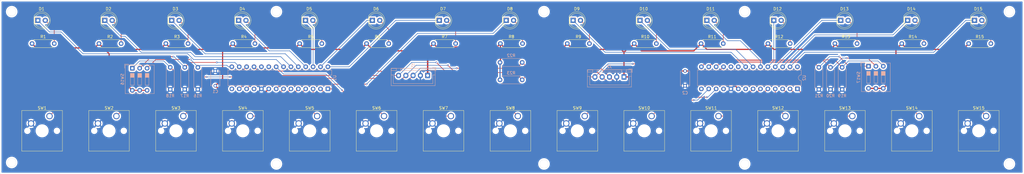
<source format=kicad_pcb>
(kicad_pcb (version 20241229) (generator "pcbnew") (generator_version "9.0")
  (layers (0 "F.Cu" signal) (2 "B.Cu" signal) (13 "F.Paste" user) (15 "B.Paste" user) (5 "F.SilkS" user "F.Silkscreen") (7 "B.SilkS" user "B.Silkscreen") (1 "F.Mask" user) (3 "B.Mask" user) (25 "Edge.Cuts" user))
  (net 0 "")
  (net 1 "Net-(D1-A)")
  (net 2 "Net-(D1-K)")
  (net 3 "Net-(D2-A)")
  (net 4 "Net-(D3-A)")
  (net 5 "Net-(D4-A)")
  (net 6 "Net-(D5-A)")
  (net 7 "Net-(D6-A)")
  (net 8 "Net-(D7-A)")
  (net 9 "Net-(D8-A)")
  (net 10 "Net-(D9-A)")
  (net 11 "Net-(D10-A)")
  (net 12 "Net-(D11-A)")
  (net 13 "Net-(D12-A)")
  (net 14 "Net-(D13-A)")
  (net 15 "Net-(D14-A)")
  (net 16 "Net-(D15-A)")
  (net 17 "Net-(D2-K)")
  (net 18 "Net-(D3-K)")
  (net 19 "Net-(D4-K)")
  (net 20 "Net-(D5-K)")
  (net 21 "Net-(D6-K)")
  (net 22 "Net-(D7-K)")
  (net 23 "Net-(D8-K)")
  (net 24 "Net-(D9-K)")
  (net 25 "Net-(D10-K)")
  (net 26 "Net-(D11-K)")
  (net 27 "Net-(D12-K)")
  (net 28 "Net-(D13-K)")
  (net 29 "Net-(D14-K)")
  (net 30 "Net-(D15-K)")
  (net 31 "GND")
  (net 32 "+5V")
  (net 33 "/SDA")
  (net 34 "/SCL")
  (net 35 "/RST")
  (net 36 "Net-(U1-A0)")
  (net 37 "Net-(U1-A1)")
  (net 38 "Net-(U1-A2)")
  (net 39 "Net-(U2-A0)")
  (net 40 "Net-(U2-A1)")
  (net 41 "Net-(U2-A2)")
  (net 42 "/Sw1In")
  (net 43 "/Sw2In")
  (net 44 "/Sw3In")
  (net 45 "/Sw4In")
  (net 46 "/Sw5In")
  (net 47 "/Sw6In")
  (net 48 "/Sw7In")
  (net 49 "/Sw8In")
  (net 50 "/Sw9")
  (net 51 "/Sw10")
  (net 52 "/Sw11")
  (net 53 "/Sw12")
  (net 54 "/Sw13")
  (net 55 "/Sw14")
  (net 56 "/Sw15")
  (footprint "Button_Switch_Keyboard:SW_Cherry_MX_1.00u_PCB" (layer "F.Cu") (at 339 40)
    (property "Reference" "SW15")
    (property "Value" "MX1A-E1NW")
  )
  (footprint "LED_THT:LED_D5.0mm" (layer "F.Cu") (at 289 7)
    (property "Reference" "D13")
    (property "Value" "LED")
  )
  (footprint "LED_THT:LED_D5.0mm" (layer "F.Cu") (at 82 7)
    (property "Reference" "D4")
    (property "Value" "LED")
  )
  (footprint "LED_THT:LED_D5.0mm" (layer "F.Cu") (at 266 7)
    (property "Reference" "D12")
    (property "Value" "LED")
  )
  (footprint "Button_Switch_Keyboard:SW_Cherry_MX_1.00u_PCB" (layer "F.Cu") (at 155 40)
    (property "Reference" "SW7")
    (property "Value" "MX1A-E1NW")
  )
  (footprint "LED_THT:LED_D5.0mm" (layer "F.Cu") (at 105 7)
    (property "Reference" "D5")
    (property "Value" "LED")
  )
  (footprint "LED_THT:LED_D5.0mm" (layer "F.Cu") (at 243 7)
    (property "Reference" "D11")
    (property "Value" "LED")
  )
  (footprint "Button_Switch_Keyboard:SW_Cherry_MX_1.00u_PCB" (layer "F.Cu") (at 293 40)
    (property "Reference" "SW13")
    (property "Value" "MX1A-E1NW")
  )
  (footprint "Button_Switch_Keyboard:SW_Cherry_MX_1.00u_PCB" (layer "F.Cu") (at 316 40)
    (property "Reference" "SW14")
    (property "Value" "MX1A-E1NW")
  )
  (footprint "Button_Switch_Keyboard:SW_Cherry_MX_1.00u_PCB" (layer "F.Cu") (at 86 40)
    (property "Reference" "SW4")
    (property "Value" "MX1A-E1NW")
  )
  (footprint "LED_THT:LED_D5.0mm" (layer "F.Cu") (at 174 7)
    (property "Reference" "D8")
    (property "Value" "LED")
  )
  (footprint "Resistor_THT:R_Axial_DIN0207_L6.3mm_D2.5mm_P7.62mm_Horizontal" (layer "F.Cu") (at 218 15)
    (property "Reference" "R10")
    (property "Value" "440")
  )
  (footprint "Resistor_THT:R_Axial_DIN0207_L6.3mm_D2.5mm_P7.62mm_Horizontal" (layer "F.Cu") (at 333 15)
    (property "Reference" "R15")
    (property "Value" "440")
  )
  (footprint "Resistor_THT:R_Axial_DIN0207_L6.3mm_D2.5mm_P7.62mm_Horizontal" (layer "F.Cu") (at 80 15)
    (property "Reference" "R4")
    (property "Value" "440")
  )
  (footprint "Button_Switch_Keyboard:SW_Cherry_MX_1.00u_PCB" (layer "F.Cu") (at 270 40)
    (property "Reference" "SW12")
    (property "Value" "MX1A-E1NW")
  )
  (footprint "Button_Switch_Keyboard:SW_Cherry_MX_1.00u_PCB" (layer "F.Cu") (at 63 40)
    (property "Reference" "SW3")
    (property "Value" "MX1A-E1NW")
  )
  (footprint "LED_THT:LED_D5.0mm" (layer "F.Cu") (at 197 7)
    (property "Reference" "D9")
    (property "Value" "LED")
  )
  (footprint "LED_THT:LED_D5.0mm" (layer "F.Cu") (at 335 7)
    (property "Reference" "D15")
    (property "Value" "LED")
  )
  (footprint "Button_Switch_Keyboard:SW_Cherry_MX_1.00u_PCB" (layer "F.Cu") (at 109 40)
    (property "Reference" "SW5")
    (property "Value" "MX1A-E1NW")
  )
  (footprint "Resistor_THT:R_Axial_DIN0207_L6.3mm_D2.5mm_P7.62mm_Horizontal" (layer "F.Cu") (at 149 15)
    (property "Reference" "R7")
    (property "Value" "440")
  )
  (footprint "Button_Switch_Keyboard:SW_Cherry_MX_1.00u_PCB" (layer "F.Cu") (at 178 40)
    (property "Reference" "SW8")
    (property "Value" "MX1A-E1NW")
  )
  (footprint "Resistor_THT:R_Axial_DIN0207_L6.3mm_D2.5mm_P7.62mm_Horizontal" (layer "F.Cu") (at 126 15)
    (property "Reference" "R6")
    (property "Value" "440")
  )
  (footprint "Resistor_THT:R_Axial_DIN0207_L6.3mm_D2.5mm_P7.62mm_Horizontal" (layer "F.Cu") (at 241 15)
    (property "Reference" "R11")
    (property "Value" "440")
  )
  (footprint "Resistor_THT:R_Axial_DIN0207_L6.3mm_D2.5mm_P7.62mm_Horizontal" (layer "F.Cu") (at 195 15)
    (property "Reference" "R9")
    (property "Value" "440")
  )
  (footprint "Button_Switch_Keyboard:SW_Cherry_MX_1.00u_PCB" (layer "F.Cu") (at 224 40)
    (property "Reference" "SW10")
    (property "Value" "MX1A-E1NW")
  )
  (footprint "LED_THT:LED_D5.0mm" (layer "F.Cu") (at 13 7)
    (property "Reference" "D1")
    (property "Value" "LED")
  )
  (footprint "LED_THT:LED_D5.0mm" (layer "F.Cu") (at 36 7)
    (property "Reference" "D2")
    (property "Value" "LED")
  )
  (footprint "Resistor_THT:R_Axial_DIN0207_L6.3mm_D2.5mm_P7.62mm_Horizontal" (layer "F.Cu") (at 57 15)
    (property "Reference" "R3")
    (property "Value" "440")
  )
  (footprint "Button_Switch_Keyboard:SW_Cherry_MX_1.00u_PCB" (layer "F.Cu") (at 247 40)
    (property "Reference" "SW11")
    (property "Value" "MX1A-E1NW")
  )
  (footprint "Resistor_THT:R_Axial_DIN0207_L6.3mm_D2.5mm_P7.62mm_Horizontal" (layer "F.Cu") (at 172 15)
    (property "Reference" "R8")
    (property "Value" "440")
  )
  (footprint "Resistor_THT:R_Axial_DIN0207_L6.3mm_D2.5mm_P7.62mm_Horizontal" (layer "F.Cu") (at 103 15)
    (property "Reference" "R5")
    (property "Value" "440")
  )
  (footprint "Button_Switch_Keyboard:SW_Cherry_MX_1.00u_PCB" (layer "F.Cu") (at 201 40)
    (property "Reference" "SW9")
    (property "Value" "MX1A-E1NW")
  )
  (footprint "Button_Switch_Keyboard:SW_Cherry_MX_1.00u_PCB" (layer "F.Cu") (at 132 40)
    (property "Reference" "SW6")
    (property "Value" "MX1A-E1NW")
  )
  (footprint "Button_Switch_Keyboard:SW_Cherry_MX_1.00u_PCB" (layer "F.Cu") (at 17 40)
    (property "Reference" "SW1")
    (property "Value" "MX1A-E1NW")
  )
  (footprint "Resistor_THT:R_Axial_DIN0207_L6.3mm_D2.5mm_P7.62mm_Horizontal" (layer "F.Cu") (at 34 15)
    (property "Reference" "R2")
    (property "Value" "440")
  )
  (footprint "Resistor_THT:R_Axial_DIN0207_L6.3mm_D2.5mm_P7.62mm_Horizontal" (layer "F.Cu") (at 287 15)
    (property "Reference" "R13")
    (property "Value" "440")
  )
  (footprint "LED_THT:LED_D5.0mm" (layer "F.Cu") (at 312 7)
    (property "Reference" "D14")
    (property "Value" "LED")
  )
  (footprint "Button_Switch_Keyboard:SW_Cherry_MX_1.00u_PCB" (layer "F.Cu") (at 40 40)
    (property "Reference" "SW2")
    (property "Value" "MX1A-E1NW")
  )
  (footprint "LED_THT:LED_D5.0mm" (layer "F.Cu") (at 220 7)
    (property "Reference" "D10")
    (property "Value" "LED")
  )
  (footprint "Resistor_THT:R_Axial_DIN0207_L6.3mm_D2.5mm_P7.62mm_Horizontal" (layer "F.Cu") (at 310 15)
    (property "Reference" "R14")
    (property "Value" "440")
  )
  (footprint "LED_THT:LED_D5.0mm" (layer "F.Cu") (at 151 7)
    (property "Reference" "D7")
    (property "Value" "LED")
  )
  (footprint "Resistor_THT:R_Axial_DIN0207_L6.3mm_D2.5mm_P7.62mm_Horizontal" (layer "F.Cu") (at 11 15)
    (property "Reference" "R1")
    (property "Value" "440")
  )
  (footprint "LED_THT:LED_D5.0mm" (layer "F.Cu") (at 128 7)
    (property "Reference" "D6")
    (property "Value" "LED")
  )
  (footprint "LED_THT:LED_D5.0mm" (layer "F.Cu") (at 59 7)
    (property "Reference" "D3")
    (property "Value" "LED")
  )
  (footprint "Resistor_THT:R_Axial_DIN0207_L6.3mm_D2.5mm_P7.62mm_Horizontal" (layer "F.Cu") (at 264 15)
    (property "Reference" "R12")
    (property "Value" "440")
  )
  (footprint "Resistor_THT:R_Axial_DIN0207_L6.3mm_D2.5mm_P7.62mm_Horizontal" (layer "B.Cu") (at 63.5 23.19 -90)
    (property "Reference" "R17")
    (property "Value" "47k")
  )
  (footprint "Package_DIP:DIP-28_W7.62mm" (layer "B.Cu") (at 112.7 30.62 90)
    (property "Reference" "U1")
    (property "Value" "MCP23017_SP")
  )
  (footprint "Connector_JST:JST_XH_B5B-XH-A_1x05_P2.50mm_Vertical" (layer "B.Cu") (at 147 26 180)
    (property "Reference" "J1")
    (property "Value" "Conn_01x05")
  )
  (footprint "Connector_JST:JST_XH_B5B-XH-A_1x05_P2.50mm_Vertical" (layer "B.Cu") (at 214.5 26.5 180)
    (property "Reference" "J2")
    (property "Value" "Conn_01x05")
  )
  (footprint "Resistor_THT:R_Axial_DIN0207_L6.3mm_D2.5mm_P7.62mm_Horizontal" (layer "B.Cu") (at 68 23.19 -90)
    (property "Reference" "R16")
    (property "Value" "47k")
  )
  (footprint "Resistor_THT:R_Axial_DIN0207_L6.3mm_D2.5mm_P7.62mm_Horizontal" (layer "B.Cu") (at 179.5 27.5 180)
    (property "Reference" "R23")
    (property "Value" "10k")
  )
  (footprint "Resistor_THT:R_Axial_DIN0207_L6.3mm_D2.5mm_P7.62mm_Horizontal" (layer "B.Cu") (at 289.5 23.19 -90)
    (property "Reference" "R19")
    (property "Value" "47k")
  )
  (footprint "Resistor_THT:R_Axial_DIN0207_L6.3mm_D2.5mm_P7.62mm_Horizontal" (layer "B.Cu") (at 179.5 21.5 180)
    (property "Reference" "R22")
    (property "Value" "10k")
  )
  (footprint "Button_Switch_THT:SW_DIP_SPSTx03_Slide_9.78x9.8mm_W7.62mm_P2.54mm" (layer "B.Cu") (at 298.56 22.81 -90)
    (property "Reference" "SW17")
    (property "Value" "SW_DIP_x03")
  )
  (footprint "Resistor_THT:R_Axial_DIN0207_L6.3mm_D2.5mm_P7.62mm_Horizontal" (layer "B.Cu") (at 281.5 23.19 -90)
    (property "Reference" "R21")
    (property "Value" "47k")
  )
  (footprint "Resistor_THT:R_Axial_DIN0207_L6.3mm_D2.5mm_P7.62mm_Horizontal" (layer "B.Cu") (at 58.5 23.19 -90)
    (property "Reference" "R18")
    (property "Value" "47k")
  )
  (footprint "footprints:CAPRR508W50L508T317H508" (layer "B.Cu") (at 74 27 -90)
    (property "Reference" "C1")
    (property "Value" "C")
  )
  (footprint "Button_Switch_THT:SW_DIP_SPSTx03_Slide_9.78x9.8mm_W7.62mm_P2.54mm" (layer "B.Cu") (at 45.46 23.5 -90)
    (property "Reference" "SW16")
    (property "Value" "SW_DIP_x03")
  )
  (footprint "footprints:CAPRR508W50L508T317H508" (layer "B.Cu") (at 235.5 27 90)
    (property "Reference" "C2")
    (property "Value" "C")
  )
  (footprint "Package_DIP:DIP-28_W7.62mm" (layer "B.Cu") (at 274.12 30.62 90)
    (property "Reference" "U2")
    (property "Value" "MCP23017_SP")
  )
  (footprint "Resistor_THT:R_Axial_DIN0207_L6.3mm_D2.5mm_P7.62mm_Horizontal" (layer "B.Cu") (at 285.5 23.19 -90)
    (property "Reference" "R20")
    (property "Value" "47k")
  )
  (gr_circle (center 95 56.5) (end 96.5 56.5) (stroke (width 0.05)) (fill no) (layer "Edge.Cuts"))
  (gr_circle (center 4 56) (end 5.5 56) (stroke (width 0.05)) (fill no) (layer "Edge.Cuts"))
  (gr_circle (center 187 4) (end 188.5 4) (stroke (width 0.05)) (fill no) (layer "Edge.Cuts"))
  (gr_circle (center 95 4) (end 96.5 4) (stroke (width 0.05)) (fill no) (layer "Edge.Cuts"))
  (gr_circle (center 347 56.5) (end 348.5 56.5) (stroke (width 0.05)) (fill no) (layer "Edge.Cuts"))
  (gr_circle (center 4 4) (end 5.5 4) (stroke (width 0.05)) (fill no) (layer "Edge.Cuts"))
  (gr_circle (center 347 4) (end 348.5 4) (stroke (width 0.05)) (fill no) (layer "Edge.Cuts"))
  (gr_rect (start 0 0) (end 352 60) (stroke (width 0.05)) (fill no) (layer "Edge.Cuts"))
  (gr_circle (center 187 56.5) (end 188.5 56.5) (stroke (width 0.05)) (fill no) (layer "Edge.Cuts"))
  (gr_circle (center 256 4) (end 257.5 4) (stroke (width 0.05)) (fill no) (layer "Edge.Cuts"))
  (gr_circle (center 256 56.5) (end 257.5 56.5) (stroke (width 0.05)) (fill no) (layer "Edge.Cuts"))
  (segment (start 18.62 10.08) (end 18.62 15) (width 0.2) (layer "F.Cu") (net 1))
  (segment (start 15.54 7) (end 18.62 10.08) (width 0.2) (layer "F.Cu") (net 1))
  (segment (start 64.5 18.5) (end 28.5 18.5) (width 0.2) (layer "B.Cu") (net 2))
  (segment (start 28.5 18.5) (end 21 11) (width 0.2) (layer "B.Cu") (net 2))
  (segment (start 97.46 23) (end 94.96 20.5) (width 0.2) (layer "B.Cu") (net 2))
  (segment (start 94.96 20.5) (end 66.5 20.5) (width 0.2) (layer "B.Cu") (net 2))
  (segment (start 21 11) (end 17 11) (width 0.2) (layer "B.Cu") (net 2))
  (segment (start 66.5 20.5) (end 64.5 18.5) (width 0.2) (layer "B.Cu") (net 2))
  (segment (start 17 11) (end 13 7) (width 0.2) (layer "B.Cu") (net 2))
  (segment (start 41.62 15) (end 41.62 10.08) (width 0.2) (layer "F.Cu") (net 3))
  (segment (start 41.62 10.08) (end 38.54 7) (width 0.2) (layer "F.Cu") (net 3))
  (segment (start 64.62 10.08) (end 61.54 7) (width 0.2) (layer "F.Cu") (net 4))
  (segment (start 64.62 15) (end 64.62 10.08) (width 0.2) (layer "F.Cu") (net 4))
  (segment (start 87.62 15) (end 87.62 10.08) (width 0.2) (layer "F.Cu") (net 5))
  (segment (start 87.62 10.08) (end 84.54 7) (width 0.2) (layer "F.Cu") (net 5))
  (segment (start 110.62 15) (end 110.62 10.08) (width 0.2) (layer "F.Cu") (net 6))
  (segment (start 110.62 10.08) (end 107.54 7) (width 0.2) (layer "F.Cu") (net 6))
  (segment (start 133.62 10.08) (end 130.54 7) (width 0.2) (layer "F.Cu") (net 7))
  (segment (start 133.62 15) (end 133.62 10.08) (width 0.2) (layer "F.Cu") (net 7))
  (segment (start 156.62 15) (end 156.62 10.08) (width 0.2) (layer "F.Cu") (net 8))
  (segment (start 156.62 10.08) (end 153.54 7) (width 0.2) (layer "F.Cu") (net 8))
  (segment (start 179.62 15) (end 179.62 10.08) (width 0.2) (layer "F.Cu") (net 9))
  (segment (start 179.62 10.08) (end 176.54 7) (width 0.2) (layer "F.Cu") (net 9))
  (segment (start 202.62 15) (end 202.62 10.08) (width 0.2) (layer "F.Cu") (net 10))
  (segment (start 202.62 10.08) (end 199.54 7) (width 0.2) (layer "F.Cu") (net 10))
  (segment (start 225.62 10.08) (end 222.54 7) (width 0.2) (layer "F.Cu") (net 11))
  (segment (start 225.62 15) (end 225.62 10.08) (width 0.2) (layer "F.Cu") (net 11))
  (segment (start 248.62 15) (end 248.62 10.08) (width 0.2) (layer "F.Cu") (net 12))
  (segment (start 248.62 10.08) (end 245.54 7) (width 0.2) (layer "F.Cu") (net 12))
  (segment (start 271.62 10.08) (end 268.54 7) (width 0.2) (layer "F.Cu") (net 13))
  (segment (start 271.62 15) (end 271.62 10.08) (width 0.2) (layer "F.Cu") (net 13))
  (segment (start 294.62 10.08) (end 291.54 7) (width 0.2) (layer "F.Cu") (net 14))
  (segment (start 294.62 15) (end 294.62 10.08) (width 0.2) (layer "F.Cu") (net 14))
  (segment (start 317.62 15) (end 317.62 10.08) (width 0.2) (layer "F.Cu") (net 15))
  (segment (start 317.62 10.08) (end 314.54 7) (width 0.2) (layer "F.Cu") (net 15))
  (segment (start 340.62 15) (end 340.62 10.08) (width 0.2) (layer "F.Cu") (net 16))
  (segment (start 340.62 10.08) (end 337.54 7) (width 0.2) (layer "F.Cu") (net 16))
  (segment (start 48.5 18) (end 43 12.5) (width 0.2) (layer "B.Cu") (net 17))
  (segment (start 43 12.5) (end 41.5 12.5) (width 0.2) (layer "B.Cu") (net 17))
  (segment (start 100 23) (end 96.5 19.5) (width 0.2) (layer "B.Cu") (net 17))
  (segment (start 96.5 19.5) (end 67 19.5) (width 0.2) (layer "B.Cu") (net 17))
  (segment (start 67 19.5) (end 65.5 18) (width 0.2) (layer "B.Cu") (net 17))
  (segment (start 41.5 12.5) (end 36 7) (width 0.2) (layer "B.Cu") (net 17))
  (segment (start 65.5 18) (end 48.5 18) (width 0.2) (layer "B.Cu") (net 17))
  (segment (start 70.5 18.5) (end 59 7) (width 0.2) (layer "B.Cu") (net 18))
  (segment (start 102.54 23) (end 98.04 18.5) (width 0.2) (layer "B.Cu") (net 18))
  (segment (start 98.04 18.5) (end 70.5 18.5) (width 0.2) (layer "B.Cu") (net 18))
  (segment (start 92.5 17.5) (end 82 7) (width 0.2) (layer "B.Cu") (net 19))
  (segment (start 105.08 23) (end 99.58 17.5) (width 0.2) (layer "B.Cu") (net 19))
  (segment (start 99.58 17.5) (end 92.5 17.5) (width 0.2) (layer "B.Cu") (net 19))
  (segment (start 107.62 9.62) (end 105 7) (width 0.2) (layer "B.Cu") (net 20))
  (segment (start 107.62 23) (end 107.62 9.62) (width 0.2) (layer "B.Cu") (net 20))
  (segment (start 126.16 7) (end 128 7) (width 0.2) (layer "B.Cu") (net 21))
  (segment (start 110.16 23) (end 126.16 7) (width 0.2) (layer "B.Cu") (net 21))
  (segment (start 120 23) (end 136 7) (width 0.2) (layer "B.Cu") (net 22))
  (segment (start 112.7 23) (end 120 23) (width 0.2) (layer "B.Cu") (net 22))
  (segment (start 136 7) (end 151 7) (width 0.2) (layer "B.Cu") (net 22))
  (segment (start 94.92 30.62) (end 96.54 29) (width 0.2) (layer "F.Cu") (net 23))
  (segment (start 96.54 29) (end 126 29) (width 0.2) (layer "F.Cu") (net 23))
  (via (at 126 29) (size 0.6) (drill 0.3) (layers "F.Cu" "B.Cu") (net 23))
  (segment (start 169.5 11.5) (end 174 7) (width 0.2) (layer "B.Cu") (net 23))
  (segment (start 143.5 11.5) (end 169.5 11.5) (width 0.2) (layer "B.Cu") (net 23))
  (segment (start 126 29) (end 143.5 11.5) (width 0.2) (layer "B.Cu") (net 23))
  (segment (start 256.34 23) (end 251.34 18) (width 0.2) (layer "B.Cu") (net 24))
  (segment (start 208 18) (end 197 7) (width 0.2) (layer "B.Cu") (net 24))
  (segment (start 251.34 18) (end 208 18) (width 0.2) (layer "B.Cu") (net 24))
  (segment (start 258.88 23) (end 252.88 17) (width 0.2) (layer "B.Cu") (net 25))
  (segment (start 230 17) (end 220 7) (width 0.2) (layer "B.Cu") (net 25))
  (segment (start 252.88 17) (end 230 17) (width 0.2) (layer "B.Cu") (net 25))
  (segment (start 261.42 23) (end 261.42 20.92) (width 0.2) (layer "B.Cu") (net 26))
  (segment (start 250 14) (end 243 7) (width 0.2) (layer "B.Cu") (net 26))
  (segment (start 254.5 14) (end 250 14) (width 0.2) (layer "B.Cu") (net 26))
  (segment (start 261.42 20.92) (end 254.5 14) (width 0.2) (layer "B.Cu") (net 26))
  (segment (start 266 20.96) (end 266 7) (width 0.2) (layer "B.Cu") (net 27))
  (segment (start 263.96 23) (end 266 20.96) (width 0.2) (layer "B.Cu") (net 27))
  (segment (start 266.5 23) (end 282.5 7) (width 0.2) (layer "B.Cu") (net 28))
  (segment (start 282.5 7) (end 289 7) (width 0.2) (layer "B.Cu") (net 28))
  (segment (start 307 12) (end 312 7) (width 0.2) (layer "B.Cu") (net 29))
  (segment (start 269.04 23) (end 280.04 12) (width 0.2) (layer "B.Cu") (net 29))
  (segment (start 280.04 12) (end 307 12) (width 0.2) (layer "B.Cu") (net 29))
  (segment (start 271.58 23) (end 276.58 18) (width 0.2) (layer "B.Cu") (net 30))
  (segment (start 276.58 18) (end 321 18) (width 0.2) (layer "B.Cu") (net 30))
  (segment (start 332 7) (end 335 7) (width 0.2) (layer "B.Cu") (net 30))
  (segment (start 321 18) (end 332 7) (width 0.2) (layer "B.Cu") (net 30))
  (segment (start 237.46 24.46) (end 240 27) (width 0.4) (layer "F.Cu") (net 32))
  (segment (start 76.5 27.04) (end 74 29.54) (width 0.4) (layer "F.Cu") (net 32))
  (segment (start 34 15) (end 36 17) (width 0.4) (layer "F.Cu") (net 32))
  (segment (start 193.5 16.5) (end 195 15) (width 0.4) (layer "F.Cu") (net 32))
  (segment (start 235.5 24.46) (end 237.46 24.46) (width 0.4) (layer "F.Cu") (net 32))
  (segment (start 231 26.5) (end 233.04 24.46) (width 0.4) (layer "F.Cu") (net 32))
  (segment (start 37.5 18.5) (end 36 17) (width 0.4) (layer "F.Cu") (net 32))
  (segment (start 308 26.07) (end 303.64 30.43) (width 0.4) (layer "F.Cu") (net 32))
  (segment (start 74 29.54) (end 76.96 32.5) (width 0.4) (layer "F.Cu") (net 32))
  (segment (start 147 18) (end 146.5 17.5) (width 0.5) (layer "F.Cu") (net 32))
  (segment (start 76.5 17) (end 78 17) (width 0.4) (layer "F.Cu") (net 32))
  (segment (start 287 15.5) (end 287 15) (width 0.4) (layer "F.Cu") (net 32))
  (segment (start 126 15) (end 128.5 17.5) (width 0.4) (layer "F.Cu") (net 32))
  (segment (start 45.46 31.12) (end 50.54 31.12) (width 0.3) (layer "F.Cu") (net 32))
  (segment (start 59 17) (end 76.5 17) (width 0.4) (layer "F.Cu") (net 32))
  (segment (start 172 21.38) (end 171.88 21.5) (width 0.4) (layer "F.Cu") (net 32))
  (segment (start 331 17) (end 333 15) (width 0.4) (layer "F.Cu") (net 32))
  (segment (start 289 17) (end 308 17) (width 0.4) (layer "F.Cu") (net 32))
  (segment (start 308 17) (end 308 26.07) (width 0.4) (layer "F.Cu") (net 32))
  (segment (start 12.5 16.5) (end 32.5 16.5) (width 0.4) (layer "F.Cu") (net 32))
  (segment (start 216 17) (end 218 15) (width 0.4) (layer "F.Cu") (net 32))
  (segment (start 76.96 32.5) (end 90.5 32.5) (width 0.4) (layer "F.Cu") (net 32))
  (segment (start 80 15) (end 81.5 16.5) (width 0.4) (layer "F.Cu") (net 32))
  (segment (start 55 17) (end 57 15) (width 0.4) (layer "F.Cu") (net 32))
  (segment (start 78 17) (end 80 15) (width 0.4) (layer "F.Cu") (net 32))
  (segment (start 37.5 23.16) (end 37.5 18.5) (width 0.4) (layer "F.Cu") (net 32))
  (segment (start 287 15) (end 289 17) (width 0.4) (layer "F.Cu") (net 32))
  (segment (start 32.5 16.5) (end 34 15) (width 0.4) (layer "F.Cu") (net 32))
  (segment (start 11 15) (end 12.5 16.5) (width 0.4) (layer "F.Cu") (net 32))
  (segment (start 146.5 17.5) (end 147 17) (width 0.4) (layer "F.Cu") (net 32))
  (segment (start 105 17) (end 124 17) (width 0.4) (layer "F.Cu") (net 32))
  (segment (start 147 26) (end 147 18) (width 0.5) (layer "F.Cu") (net 32))
  (segment (start 124 17) (end 126 15) (width 0.4) (layer "F.Cu") (net 32))
  (segment (start 264 15) (end 262 17) (width 0.4) (layer "F.Cu") (net 32))
  (segment (start 262 17) (end 243 17) (width 0.4) (layer "F.Cu") (net 32))
  (segment (start 220.5 17.5) (end 218 15) (width 0.4) (layer "F.Cu") (net 32))
  (segment (start 243 17) (end 241 15) (width 0.4) (layer "F.Cu") (net 32))
  (segment (start 233.04 24.46) (end 235.5 24.46) (width 0.4) (layer "F.Cu") (net 32))
  (segment (start 195 15) (end 197 17) (width 0.4) (layer "F.Cu") (net 32))
  (segment (start 170.799 16.201) (end 172 15) (width 0.4) (layer "F.Cu") (net 32))
  (segment (start 298.56 30.43) (end 303.64 30.43) (width 0.4) (layer "F.Cu") (net 32))
  (segment (start 215.5 17) (end 216 17) (width 0.4) (layer "F.Cu") (net 32))
  (segment (start 240 27) (end 250.18 27) (width 0.4) (layer "F.Cu") (net 32))
  (segment (start 264 15) (end 266 17) (width 0.4) (layer "F.Cu") (net 32))
  (segment (start 90.5 32.5) (end 92.38 30.62) (width 0.4) (layer "F.Cu") (net 32))
  (segment (start 266 17) (end 285.5 17) (width 0.4) (layer "F.Cu") (net 32))
  (segment (start 57 15) (end 59 17) (width 0.4) (layer "F.Cu") (net 32))
  (segment (start 45.46 31.12) (end 37.5 23.16) (width 0.4) (layer "F.Cu") (net 32))
  (segment (start 214.5 18) (end 215.5 17) (width 0.4) (layer "F.Cu") (net 32))
  (segment (start 150.201 16.201) (end 170.799 16.201) (width 0.4) (layer "F.Cu") (net 32))
  (segment (start 312 17) (end 331 17) (width 0.4) (layer "F.Cu") (net 32))
  (segment (start 214.5 26.5) (end 214.5 18) (width 0.4) (layer "F.Cu") (net 32))
  (segment (start 213.5 17) (end 215.5 17) (width 0.4) (layer "F.Cu") (net 32))
  (segment (start 197 17) (end 213.5 17) (width 0.4) (layer "F.Cu") (net 32))
  (segment (start 101.5 16.5) (end 103 15) (width 0.4) (layer "F.Cu") (net 32))
  (segment (start 214.5 26.5) (end 231 26.5) (width 0.4) (layer "F.Cu") (net 32))
  (segment (start 193 16.5) (end 193.5 16.5) (width 0.4) (layer "F.Cu") (net 32))
  (segment (start 308 17) (end 310 15) (width 0.4) (layer "F.Cu") (net 32))
  (segment (start 81.5 16.5) (end 101.5 16.5) (width 0.4) (layer "F.Cu") (net 32))
  (segment (start 172 15) (end 172 21.38) (width 0.4) (layer "F.Cu") (net 32))
  (segment (start 310 15) (end 312 17) (width 0.4) (layer "F.Cu") (net 32))
  (segment (start 147 17) (end 149 15) (width 0.4) (layer "F.Cu") (net 32))
  (segment (start 128.5 17.5) (end 146.5 17.5) (width 0.4) (layer "F.Cu") (net 32))
  (segment (start 214.5 18) (end 213.5 17) (width 0.4) (layer "F.Cu") (net 32))
  (segment (start 238.5 17.5) (end 220.5 17.5) (width 0.4) (layer "F.Cu") (net 32))
  (segment (start 173.5 16.5) (end 193 16.5) (width 0.4) (layer "F.Cu") (net 32))
  (segment (start 103 15) (end 105 17) (width 0.4) (layer "F.Cu") (net 32))
  (segment (start 241 15) (end 238.5 17.5) (width 0.4) (layer "F.Cu") (net 32))
  (segment (start 76.5 17) (end 76.5 27.04) (width 0.4) (layer "F.Cu") (net 32))
  (segment (start 149 15) (end 150.201 16.201) (width 0.4) (layer "F.Cu") (net 32))
  (segment (start 147 18) (end 147 17) (width 0.4) (layer "F.Cu") (net 32))
  (segment (start 172 15) (end 173.5 16.5) (width 0.4) (layer "F.Cu") (net 32))
  (segment (start 250.18 27) (end 253.8 30.62) (width 0.4) (layer "F.Cu") (net 32))
  (segment (start 285.5 17) (end 287 15.5) (width 0.4) (layer "F.Cu") (net 32))
  (segment (start 36 17) (end 55 17) (width 0.4) (layer "F.Cu") (net 32))
  (segment (start 171.88 21.5) (end 171.88 27.5) (width 0.4) (layer "B.Cu") (net 32))
  (segment (start 179.5 27.5) (end 177 25) (width 0.2) (layer "F.Cu") (net 33))
  (segment (start 205.5 25) (end 207 26.5) (width 0.2) (layer "F.Cu") (net 33))
  (segment (start 131 26) (end 133.5 28.5) (width 0.2) (layer "F.Cu") (net 33))
  (segment (start 156.5 25) (end 177 25) (width 0.2) (layer "F.Cu") (net 33))
  (segment (start 179.5 27.5) (end 182 25) (width 0.2) (layer "F.Cu") (net 33))
  (segment (start 86.84 26) (end 131 26) (width 0.2) (layer "F.Cu") (net 33))
  (segment (start 187 25) (end 205.5 25) (width 0.2) (layer "F.Cu") (net 33))
  (segment (start 137 28.5) (end 139.5 26) (width 0.2) (layer "F.Cu") (net 33))
  (segment (start 182 25) (end 187 25) (width 0.2) (layer "F.Cu") (net 33))
  (segment (start 82.22 30.62) (end 86.84 26) (width 0.2) (layer "F.Cu") (net 33))
  (segment (start 133.5 28.5) (end 137 28.5) (width 0.2) (layer "F.Cu") (net 33))
  (segment (start 215 34.5) (end 238.5 34.5) (width 0.2) (layer "F.Cu") (net 33))
  (segment (start 154 22.5) (end 156.5 25) (width 0.2) (layer "F.Cu") (net 33))
  (segment (start 207 26.5) (end 215 34.5) (width 0.2) (layer "F.Cu") (net 33))
  (via (at 238.5 34.5) (size 0.6) (drill 0.3) (layers "F.Cu" "B.Cu") (net 33))
  (via (at 154 22.5) (size 0.6) (drill 0.3) (layers "F.Cu" "B.Cu") (net 33))
  (segment (start 143 22.5) (end 151 22.5) (width 0.2) (layer "B.Cu") (net 33))
  (segment (start 151 22.5) (end 154 22.5) (width 0.2) (layer "B.Cu") (net 33))
  (segment (start 139.5 26) (end 143 22.5) (width 0.2) (layer "B.Cu") (net 33))
  (segment (start 238.5 34.5) (end 239.76 34.5) (width 0.2) (layer "B.Cu") (net 33))
  (segment (start 239.76 34.5) (end 243.64 30.62) (width 0.2) (layer "B.Cu") (net 33))
  (segment (start 179.5 21.5) (end 177.5 23.5) (width 0.2) (layer "F.Cu") (net 34))
  (segment (start 179.5 21.5) (end 181.5 23.5) (width 0.2) (layer "F.Cu") (net 34))
  (segment (start 132.5 29.5) (end 138.5 29.5) (width 0.2) (layer "F.Cu") (net 34))
  (segment (start 130 27) (end 132.5 29.5) (width 0.2) (layer "F.Cu") (net 34))
  (segment (start 243 33.5) (end 216.5 33.5) (width 0.2) (layer "F.Cu") (net 34))
  (segment (start 138.5 29.5) (end 142 26) (width 0.2) (layer "F.Cu") (net 34))
  (segment (start 84.76 30.62) (end 88.38 27) (width 0.2) (layer "F.Cu") (net 34))
  (segment (start 206.5 23.5) (end 209.5 26.5) (width 0.2) (layer "F.Cu") (net 34))
  (segment (start 88.38 27) (end 130 27) (width 0.2) (layer "F.Cu") (net 34))
  (segment (start 181.5 23.5) (end 206.5 23.5) (width 0.2) (layer "F.Cu") (net 34))
  (segment (start 209.5 26.5) (end 216.5 33.5) (width 0.2) (layer "F.Cu") (net 34))
  (segment (start 157 23.5) (end 177.5 23.5) (width 0.2) (layer "F.Cu") (net 34))
  (via (at 243 33.5) (size 0.6) (drill 0.3) (layers "F.Cu" "B.Cu") (net 34))
  (via (at 157 23.5) (size 0.6) (drill 0.3) (layers "F.Cu" "B.Cu") (net 34))
  (segment (start 246.18 30.62) (end 243.3 33.5) (width 0.2) (layer "B.Cu") (net 34))
  (segment (start 243.3 33.5) (end 243 33.5) (width 0.2) (layer "B.Cu") (net 34))
  (segment (start 144.5 23.5) (end 157 23.5) (width 0.2) (layer "B.Cu") (net 34))
  (segment (start 142 26) (end 144.5 23.5) (width 0.2) (layer "B.Cu") (net 34))
  (segment (start 195 30) (end 198.5 26.5) (width 0.2) (layer "F.Cu") (net 35))
  (segment (start 198.5 26.5) (end 204.5 26.5) (width 0.2) (layer "F.Cu") (net 35))
  (segment (start 88.8 24.5) (end 131 24.5) (width 0.2) (layer "F.Cu") (net 35))
  (segment (start 131 24.5) (end 132.5 26) (width 0.2) (layer "F.Cu") (net 35))
  (segment (start 158.5 30) (end 195 30) (width 0.2) (layer "F.Cu") (net 35))
  (segment (start 247.22 24.5) (end 239.5 24.5) (width 0.2) (layer "F.Cu") (net 35))
  (segment (start 150 21.5) (end 158.5 30) (width 0.2) (layer "F.Cu") (net 35))
  (segment (start 248.72 23) (end 247.22 24.5) (width 0.2) (layer "F.Cu") (net 35))
  (segment (start 87.3 23) (end 88.8 24.5) (width 0.2) (layer "F.Cu") (net 35))
  (segment (start 132.5 26) (end 137 26) (width 0.2) (layer "F.Cu") (net 35))
  (segment (start 237 22) (end 217.5 22) (width 0.2) (layer "F.Cu") (net 35))
  (segment (start 239.5 24.5) (end 237 22) (width 0.2) (layer "F.Cu") (net 35))
  (via (at 217.5 22) (size 0.6) (drill 0.3) (layers "F.Cu" "B.Cu") (net 35))
  (via (at 150 21.5) (size 0.6) (drill 0.3) (layers "F.Cu" "B.Cu") (net 35))
  (segment (start 209 22) (end 204.5 26.5) (width 0.2) (layer "B.Cu") (net 35))
  (segment (start 137 26) (end 141.5 21.5) (width 0.2) (layer "B.Cu") (net 35))
  (segment (start 217.5 22) (end 209 22) (width 0.2) (layer "B.Cu") (net 35))
  (segment (start 141.5 21.5) (end 150 21.5) (width 0.2) (layer "B.Cu") (net 35))
  (segment (start 53.541 20.499) (end 50.54 23.5) (width 0.2) (layer "F.Cu") (net 36))
  (segment (start 65.5 20.499) (end 53.541 20.499) (width 0.2) (layer "F.Cu") (net 36))
  (segment (start 68.19 23) (end 68 23.19) (width 0.2) (layer "F.Cu") (net 36))
  (via (at 65.5 20.499) (size 0.6) (drill 0.3) (layers "F.Cu" "B.Cu") (net 36))
  (segment (start 65.5 20.5) (end 65.5 20.499) (width 0.2) (layer "B.Cu") (net 36))
  (segment (start 78.5 23) (end 78 22.5) (width 0.2) (layer "B.Cu") (net 36))
  (segment (start 68 23) (end 65.5 20.5) (width 0.2) (layer "B.Cu") (net 36))
  (segment (start 68.69 22.5) (end 68 23.19) (width 0.2) (layer "B.Cu") (net 36))
  (segment (start 79.68 23) (end 78.5 23) (width 0.2) (layer "B.Cu") (net 36))
  (segment (start 78 22.5) (end 68.69 22.5) (width 0.2) (layer "B.Cu") (net 36))
  (segment (start 68.19 23) (end 68 23.19) (width 0.2) (layer "B.Cu") (net 36))
  (segment (start 68 23.19) (end 68 23) (width 0.2) (layer "B.Cu") (net 36))
  (segment (start 65.19 21.5) (end 63.5 23.19) (width 0.2) (layer "F.Cu") (net 37))
  (segment (start 52 19.5) (end 48 23.5) (width 0.2) (layer "F.Cu") (net 37))
  (segment (start 59.5 19.5) (end 52 19.5) (width 0.2) (layer "F.Cu") (net 37))
  (segment (start 74.5 21.5) (end 65.19 21.5) (width 0.2) (layer "F.Cu") (net 37))
  (via (at 59.5 19.5) (size 0.6) (drill 0.3) (layers "F.Cu" "B.Cu") (net 37))
  (via (at 74.5 21.5) (size 0.6) (drill 0.3) (layers "F.Cu" "B.Cu") (net 37))
  (segment (start 82.22 23) (end 80.72 21.5) (width 0.2) (layer "B.Cu") (net 37))
  (segment (start 80.72 21.5) (end 74.5 21.5) (width 0.2) (layer "B.Cu") (net 37))
  (segment (start 59.81 19.5) (end 59.5 19.5) (width 0.2) (layer "B.Cu") (net 37))
  (segment (start 63.5 23.19) (end 59.81 19.5) (width 0.2) (layer "B.Cu") (net 37))
  (segment (start 79 26.5) (end 81.26 26.5) (width 0.2) (layer "F.Cu") (net 38))
  (segment (start 81.26 26.5) (end 84.76 23) (width 0.2) (layer "F.Cu") (net 38))
  (segment (start 58.5 23.19) (end 61.81 26.5) (width 0.2) (layer "F.Cu") (net 38))
  (segment (start 61.81 26.5) (end 71 26.5) (width 0.2) (layer "F.Cu") (net 38))
  (via (at 79 26.5) (size 0.6) (drill 0.3) (layers "F.Cu" "B.Cu") (net 38))
  (via (at 71 26.5) (size 0.6) (drill 0.3) (layers "F.Cu" "B.Cu") (net 38))
  (segment (start 71 26.5) (end 79 26.5) (width 0.2) (layer "B.Cu") (net 38))
  (segment (start 47.96 21) (end 45.46 23.5) (width 0.2) (layer "B.Cu") (net 38))
  (segment (start 56.31 21) (end 47.96 21) (width 0.2) (layer "B.Cu") (net 38))
  (segment (start 58.5 23.19) (end 56.31 21) (width 0.2) (layer "B.Cu") (net 38))
  (segment (start 241.1 23) (end 243.501 20.599) (width 0.2) (layer "F.Cu") (net 39))
  (segment (start 243.501 20.599) (end 286.909 20.599) (width 0.2) (layer "F.Cu") (net 39))
  (segment (start 289.5 23.19) (end 286.909 20.599) (width 0.2) (layer "F.Cu") (net 39))
  (segment (start 301.83 21) (end 303.64 22.81) (width 0.2) (layer "B.Cu") (net 39))
  (segment (start 289.5 23.19) (end 291.69 21) (width 0.2) (layer "B.Cu") (net 39))
  (segment (start 291.69 21) (end 301.83 21) (width 0.2) (layer "B.Cu") (net 39))
  (segment (start 298.29 20) (end 301.1 22.81) (width 0.2) (layer "F.Cu") (net 40))
  (segment (start 245.64 21) (end 283.31 21) (width 0.2) (layer "F.Cu") (net 40))
  (segment (start 285.5 23.19) (end 283.31 21) (width 0.2) (layer "F.Cu") (net 40))
  (segment (start 243.64 23) (end 245.64 21) (width 0.2) (layer "F.Cu") (net 40))
  (segment (start 291 20) (end 298.29 20) (width 0.2) (layer "F.Cu") (net 40))
  (via (at 291 20) (size 0.6) (drill 0.3) (layers "F.Cu" "B.Cu") (net 40))
  (segment (start 285.5 23.19) (end 286.31 23.19) (width 0.2) (layer "B.Cu") (net 40))
  (segment (start 286.31 23.19) (end 289.5 20) (width 0.2) (layer "B.Cu") (net 40))
  (segment (start 289.5 20) (end 291 20) (width 0.2) (layer "B.Cu") (net 40))
  (segment (start 246.18 23) (end 247.68 21.5) (width 0.2) (layer "F.Cu") (net 41))
  (segment (start 291.81 22.81) (end 298.56 22.81) (width 0.2) (layer "F.Cu") (net 41))
  (segment (start 279.81 21.5) (end 281.5 23.19) (width 0.2) (layer "F.Cu") (net 41))
  (segment (start 288.5 19.5) (end 291.81 22.81) (width 0.2) (layer "F.Cu") (net 41))
  (segment (start 247.68 21.5) (end 279.81 21.5) (width 0.2) (layer "F.Cu") (net 41))
  (via (at 288.5 19.5) (size 0.6) (drill 0.3) (layers "F.Cu" "B.Cu") (net 41))
  (segment (start 285.19 19.5) (end 288.5 19.5) (width 0.2) (layer "B.Cu") (net 41))
  (segment (start 281.5 23.19) (end 285.19 19.5) (width 0.2) (layer "B.Cu") (net 41))
  (segment (start 94.08 34) (end 23 34) (width 0.2) (layer "F.Cu") (net 42))
  (segment (start 23 34) (end 17 40) (width 0.2) (layer "F.Cu") (net 42))
  (segment (start 97.46 30.62) (end 94.08 34) (width 0.2) (layer "F.Cu") (net 42))
  (segment (start 100 30.62) (end 95.62 35) (width 0.2) (layer "F.Cu") (net 43))
  (segment (start 95.62 35) (end 45 35) (width 0.2) (layer "F.Cu") (net 43))
  (segment (start 45 35) (end 40 40) (width 0.2) (layer "F.Cu") (net 43))
  (segment (start 102.54 30.62) (end 97.16 36) (width 0.2) (layer "F.Cu") (net 44))
  (segment (start 97.16 36) (end 67 36) (width 0.2) (layer "F.Cu") (net 44))
  (segment (start 67 36) (end 63 40) (width 0.2) (layer "F.Cu") (net 44))
  (segment (start 105.08 30.62) (end 95.7 40) (width 0.2) (layer "F.Cu") (net 45))
  (segment (start 95.7 40) (end 86 40) (width 0.2) (layer "F.Cu") (net 45))
  (segment (start 107.62 30.62) (end 107.62 38.62) (width 0.2) (layer "F.Cu") (net 46))
  (segment (start 107.62 38.62) (end 109 40) (width 0.2) (layer "F.Cu") (net 46))
  (segment (start 126 34) (end 132 40) (width 0.2) (layer "F.Cu") (net 47))
  (segment (start 110.16 30.62) (end 113.54 34) (width 0.2) (layer "F.Cu") (net 47))
  (segment (start 113.54 34) (end 126 34) (width 0.2) (layer "F.Cu") (net 47))
  (segment (start 112.7 30.62) (end 115.62 30.62) (width 0.2) (layer "F.Cu") (net 48))
  (segment (start 132.5 33) (end 139.5 40) (width 0.2) (layer "F.Cu") (net 48))
  (segment (start 139.5 40) (end 155 40) (width 0.2) (layer "F.Cu") (net 48))
  (segment (start 118 33) (end 132.5 33) (width 0.2) (layer "F.Cu") (net 48))
  (segment (start 115.62 30.62) (end 118 33) (width 0.2) (layer "F.Cu") (net 48))
  (segment (start 170.5 32.5) (end 178 40) (width 0.2) (layer "F.Cu") (net 49))
  (segment (start 117.5 31) (end 119 32.5) (width 0.2) (layer "F.Cu") (net 49))
  (segment (start 119 32.5) (end 170.5 32.5) (width 0.2) (layer "F.Cu") (net 49))
  (via (at 117.5 31) (size 0.6) (drill 0.3) (layers "F.Cu" "B.Cu") (net 49))
  (segment (start 112 25.5) (end 117.5 31) (width 0.2) (layer "B.Cu") (net 49))
  (segment (start 94.92 23) (end 97.42 25.5) (width 0.2) (layer "B.Cu") (net 49))
  (segment (start 97.42 25.5) (end 112 25.5) (width 0.2) (layer "B.Cu") (net 49))
  (segment (start 204.5 36.5) (end 201 40) (width 0.2) (layer "F.Cu") (net 50))
  (segment (start 258.88 30.62) (end 253 36.5) (width 0.2) (layer "F.Cu") (net 50))
  (segment (start 253 36.5) (end 204.5 36.5) (width 0.2) (layer "F.Cu") (net 50))
  (segment (start 226 38) (end 224 40) (width 0.2) (layer "F.Cu") (net 51))
  (segment (start 254.04 38) (end 226 38) (width 0.2) (layer "F.Cu") (net 51))
  (segment (start 261.42 30.62) (end 254.04 38) (width 0.2) (layer "F.Cu") (net 51))
  (segment (start 254.58 40) (end 247 40) (width 0.2) (layer "F.Cu") (net 52))
  (segment (start 263.96 30.62) (end 254.58 40) (width 0.2) (layer "F.Cu") (net 52))
  (segment (start 266.5 36.5) (end 270 40) (width 0.2) (layer "F.Cu") (net 53))
  (segment (start 266.5 30.62) (end 266.5 36.5) (width 0.2) (layer "F.Cu") (net 53))
  (segment (start 278.42 40) (end 293 40) (width 0.2) (layer "F.Cu") (net 54))
  (segment (start 269.04 30.62) (end 278.42 40) (width 0.2) (layer "F.Cu") (net 54))
  (segment (start 271.58 30.62) (end 278.96 38) (width 0.2) (layer "F.Cu") (net 55))
  (segment (start 278.96 38) (end 314 38) (width 0.2) (layer "F.Cu") (net 55))
  (segment (start 314 38) (end 316 40) (width 0.2) (layer "F.Cu") (net 55))
  (segment (start 336 37) (end 339 40) (width 0.2) (layer "F.Cu") (net 56))
  (segment (start 280.5 37) (end 336 37) (width 0.2) (layer "F.Cu") (net 56))
  (segment (start 274.12 30.62) (end 280.5 37) (width 0.2) (layer "F.Cu") (net 56))
  (zone (net 31) (net_name "GND") (layer "B.Cu") (connect_pads (clearance 0.5)) (min_thickness 0.25) (fill yes (thermal_gap 0.5) (thermal_bridge_width 0.5))
    (polygon (pts (xy 0 0) (xy 352 0) (xy 352 60) (xy 0 60)))
  )
)
</source>
